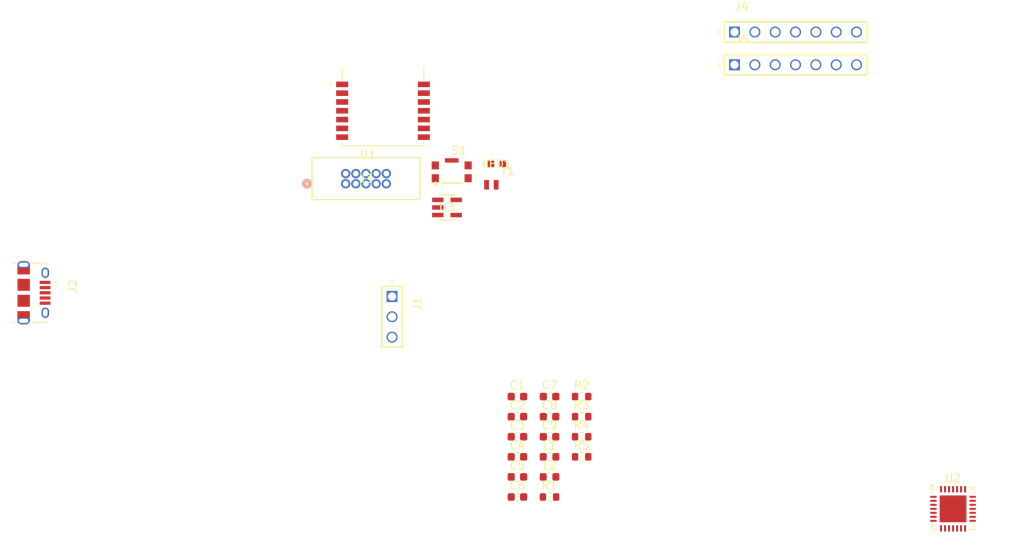
<source format=kicad_pcb>
(kicad_pcb (version 20240108) (generator "pcbnew") (generator_version "8.0")
  (layers (0 "F.Cu" signal) (31 "B.Cu" signal) (34 "B.Paste" user) (35 "F.Paste" user) (36 "B.SilkS" user "B.Silkscreen") (37 "F.SilkS" user "F.Silkscreen") (38 "B.Mask" user) (39 "F.Mask" user) (44 "Edge.Cuts" user))
  (net 0 "")
  (net 4 "GND")
  (net 8 "Net-(U2-~{SUSPEND})")
  (net 9 "/D-")
  (net 10 "Net-(U2-~{RST})")
  (net 13 "Net-(U2-VBUS)")
  (net 15 "/D+")
  (net 17 "/P012")
  (net 21 "Net-(U2-VDD)")
  (net 25 "/P016")
  (net 29 "Net-(C6-Pad1)")
  (net 30 "+3V3")
  (net 31 "Net-(C8-Pad1)")
  (net 32 "Net-(C9-Pad1)")
  (net 33 "+5V")
  (net 35 "/P001")
  (net 36 "/P000")
  (net 37 "/P020")
  (net 38 "Net-(LED1-Pad2)")
  (net 39 "/P018")
  (net 40 "/P021")
  (net 41 "/SWDCLK")
  (net 42 "/SWDIO")
  (net 43 "/P004")
  (net 44 "/P014")
  (net 45 "/P005")
  (net 50 "/SWCLK")
  (footprint "Capacitor_SMD:C_0603_1608Metric" (layer "F.Cu") (at 197.165 87.47)
    (property "Reference" "C7" (at 0 -1.43 0) (layer "F.SilkS"))
    (property "Value" "10uF 10V")
    (fp_line (start -0.14058 -0.51) (end 0.14058 -0.51) (stroke (width 0.12)) (layer "F.SilkS"))
    (fp_line (start -0.14058 0.51) (end 0.14058 0.51) (stroke (width 0.12)) (layer "F.SilkS"))
    (pad "1" smd roundrect (at -0.775 0) (size 0.9 0.95) (layers "F.Cu" "F.Paste" "F.Mask") (net 4 "GND"))
    (pad "2" smd roundrect (at 0.775 0) (size 0.9 0.95) (layers "F.Cu" "F.Paste" "F.Mask") (net 30 "+3V3"))
  )
  (footprint "Capacitor_SMD:C_0603_1608Metric" (layer "F.Cu") (at 193.155 97.51)
    (property "Reference" "C5" (at 0 -1.43 0) (layer "F.SilkS"))
    (property "Value" "10nF 10V")
    (fp_line (start -0.14058 -0.51) (end 0.14058 -0.51) (stroke (width 0.12)) (layer "F.SilkS"))
    (fp_line (start -0.14058 0.51) (end 0.14058 0.51) (stroke (width 0.12)) (layer "F.SilkS"))
    (pad "1" smd roundrect (at -0.775 0) (size 0.9 0.95) (layers "F.Cu" "F.Paste" "F.Mask"))
    (pad "2" smd roundrect (at 0.775 0) (size 0.9 0.95) (layers "F.Cu" "F.Paste" "F.Mask") (net 4 "GND"))
  )
  (footprint "Capacitor_SMD:C_0603_1608Metric" (layer "F.Cu") (at 193.155 95)
    (property "Reference" "C4" (at 0 -1.43 0) (layer "F.SilkS"))
    (property "Value" "1uF")
    (fp_line (start -0.14058 -0.51) (end 0.14058 -0.51) (stroke (width 0.12)) (layer "F.SilkS"))
    (fp_line (start -0.14058 0.51) (end 0.14058 0.51) (stroke (width 0.12)) (layer "F.SilkS"))
    (pad "1" smd roundrect (at -0.775 0) (size 0.9 0.95) (layers "F.Cu" "F.Paste" "F.Mask") (net 4 "GND"))
    (pad "2" smd roundrect (at 0.775 0) (size 0.9 0.95) (layers "F.Cu" "F.Paste" "F.Mask") (net 13 "Net-(U2-VBUS)"))
  )
  (footprint "Inductor_SMD:L_0603_1608Metric" (layer "F.Cu") (at 197.165 95)
    (property "Reference" "L1" (at 0 -1.43 0) (layer "F.SilkS"))
    (property "Value" "120 Ohm")
    (fp_line (start -0.162779 -0.51) (end 0.162779 -0.51) (stroke (width 0.12)) (layer "F.SilkS"))
    (fp_line (start -0.162779 0.51) (end 0.162779 0.51) (stroke (width 0.12)) (layer "F.SilkS"))
    (pad "1" smd roundrect (at -0.7875 0) (size 0.875 0.95) (layers "F.Cu" "F.Paste" "F.Mask") (net 33 "+5V"))
    (pad "2" smd roundrect (at 0.7875 0) (size 0.875 0.95) (layers "F.Cu" "F.Paste" "F.Mask") (net 13 "Net-(U2-VBUS)"))
  )
  (footprint "BC805M:XCVR_BC805M" (layer "F.Cu") (at 176.37 48.98)
    (property "Reference" "U1" (at -1.905 8.255 0) (layer "F.SilkS"))
    (property "Value" "BC805M")
    (fp_line (start -5.1 -2.75) (end -5.1 -1.2) (stroke (width 0.127)) (layer "F.SilkS"))
    (fp_line (start -5.1 7.15) (end -5.1 6.74) (stroke (width 0.127)) (layer "F.SilkS"))
    (fp_line (start -5.1 7.15) (end 5.1 7.15) (stroke (width 0.127)) (layer "F.SilkS"))
    (fp_line (start 5.1 -2.75) (end 5.1 -1.2) (stroke (width 0.127)) (layer "F.SilkS"))
    (fp_line (start 5.1 7.15) (end 5.1 6.74) (stroke (width 0.127)) (layer "F.SilkS"))
    (fp_circle (center -6.5 -0.53) (end -6.4 -0.53) (stroke (width 0.2)) (fill none) (layer "F.SilkS"))
    (pad "1" smd rect (at -5.1 -0.53) (size 1.5 0.7) (layers "F.Cu" "F.Paste" "F.Mask") (net 42 "/SWDIO"))
    (pad "2" smd rect (at -5.1 0.57) (size 1.5 0.7) (layers "F.Cu" "F.Paste" "F.Mask") (net 50 "/SWCLK"))
    (pad "3" smd rect (at -5.1 1.67) (size 1.5 0.7) (layers "F.Cu" "F.Paste" "F.Mask") (net 37 "/P020"))
    (pad "4" smd rect (at -5.1 2.77) (size 1.5 0.7) (layers "F.Cu" "F.Paste" "F.Mask") (net 40 "/P021"))
    (pad "5" smd rect (at -5.1 3.87) (size 1.5 0.7) (layers "F.Cu" "F.Paste" "F.Mask") (net 39 "/P018"))
    (pad "6" smd rect (at -5.1 4.97) (size 1.5 0.7) (layers "F.Cu" "F.Paste" "F.Mask") (net 25 "/P016"))
    (pad "7" smd rect (at -5.1 6.07) (size 1.5 0.7) (layers "F.Cu" "F.Paste" "F.Mask") (net 17 "/P012"))
    (pad "8" smd rect (at 5.1 6.07) (size 1.5 0.7) (layers "F.Cu" "F.Paste" "F.Mask") (net 4 "GND"))
    (pad "9" smd rect (at 5.1 4.97) (size 1.5 0.7) (layers "F.Cu" "F.Paste" "F.Mask") (net 30 "+3V3"))
    (pad "10" smd rect (at 5.1 3.87) (size 1.5 0.7) (layers "F.Cu" "F.Paste" "F.Mask") (net 45 "/P005"))
    (pad "11" smd rect (at 5.1 2.77) (size 1.5 0.7) (layers "F.Cu" "F.Paste" "F.Mask") (net 44 "/P014"))
    (pad "12" smd rect (at 5.1 1.67) (size 1.5 0.7) (layers "F.Cu" "F.Paste" "F.Mask") (net 43 "/P004"))
    (pad "13" smd rect (at 5.1 0.57) (size 1.5 0.7) (layers "F.Cu" "F.Paste" "F.Mask") (net 36 "/P000"))
    (pad "14" smd rect (at 5.1 -0.53) (size 1.5 0.7) (layers "F.Cu" "F.Paste" "F.Mask") (net 35 "/P001"))
  )
  (footprint "CM9V-T1A-32.768KHZ-9PF-20PPM-TA-QC 32.768kHz Crystal:XTAL_CM9V-T1A-32.768KHZ-9PF-20PPM-TA-QC" (layer "F.Cu") (at 189.9 61)
    (property "Reference" "Y1" (at 2.025 -1.735 0) (layer "F.SilkS"))
    (property "Value" "CM9V-T1A-32.768KHZ-9PF-20PPM-TA-QC")
    (pad "1" smd rect (at -0.6 0) (size 0.6 1.2) (layers "F.Cu" "F.Paste" "F.Mask") (net 32 "Net-(C9-Pad1)"))
    (pad "2" smd rect (at 0.6 0) (size 0.6 1.2) (layers "F.Cu" "F.Paste" "F.Mask") (net 31 "Net-(C8-Pad1)"))
  )
  (footprint "2.8V 20mA Blue LED (0603):LED_LTST-C_LTO" (layer "F.Cu") (at 190.5926 58.3956)
    (property "Reference" "LED1" (at 0 0 0) (layer "F.SilkS"))
    (property "Value" "LTST-C193TBKT-5A")
    (fp_circle (center -1.6644 0) (end -1.5374 0) (stroke (width 0.1524)) (fill none) (layer "F.SilkS"))
    (pad "1" smd rect (at -0.750001 0) (size 0.8128 0.8128) (layers "F.Cu" "F.Paste" "F.Mask") (net 4 "GND"))
    (pad "2" smd rect (at 0.750001 0) (size 0.8128 0.8128) (layers "F.Cu" "F.Paste" "F.Mask") (net 38 "Net-(LED1-Pad2)"))
  )
  (footprint "Capacitor_SMD:C_0603_1608Metric" (layer "F.Cu") (at 193.155 100.02)
    (property "Reference" "C6" (at 0 -1.43 0) (layer "F.SilkS"))
    (property "Value" "10uF 10V")
    (fp_line (start -0.14058 -0.51) (end 0.14058 -0.51) (stroke (width 0.12)) (layer "F.SilkS"))
    (fp_line (start -0.14058 0.51) (end 0.14058 0.51) (stroke (width 0.12)) (layer "F.SilkS"))
    (pad "1" smd roundrect (at -0.775 0) (size 0.9 0.95) (layers "F.Cu" "F.Paste" "F.Mask") (net 29 "Net-(C6-Pad1)"))
    (pad "2" smd roundrect (at 0.775 0) (size 0.9 0.95) (layers "F.Cu" "F.Paste" "F.Mask") (net 4 "GND"))
  )
  (footprint "Capacitor_SMD:C_0603_1608Metric" (layer "F.Cu") (at 197.165 89.98)
    (property "Reference" "C8" (at 0 -1.43 0) (layer "F.SilkS"))
    (property "Value" "12pF nop")
    (fp_line (start -0.14058 -0.51) (end 0.14058 -0.51) (stroke (width 0.12)) (layer "F.SilkS"))
    (fp_line (start -0.14058 0.51) (end 0.14058 0.51) (stroke (width 0.12)) (layer "F.SilkS"))
    (pad "1" smd roundrect (at -0.775 0) (size 0.9 0.95) (layers "F.Cu" "F.Paste" "F.Mask") (net 31 "Net-(C8-Pad1)"))
    (pad "2" smd roundrect (at 0.775 0) (size 0.9 0.95) (layers "F.Cu" "F.Paste" "F.Mask") (net 4 "GND"))
  )
  (footprint "Inductor_SMD:L_0603_1608Metric" (layer "F.Cu") (at 197.165 97.51)
    (property "Reference" "L2" (at 0 -1.43 0) (layer "F.SilkS"))
    (property "Value" "120 Ohm")
    (fp_line (start -0.162779 -0.51) (end 0.162779 -0.51) (stroke (width 0.12)) (layer "F.SilkS"))
    (fp_line (start -0.162779 0.51) (end 0.162779 0.51) (stroke (width 0.12)) (layer "F.SilkS"))
    (pad "1" smd roundrect (at -0.7875 0) (size 0.875 0.95) (layers "F.Cu" "F.Paste" "F.Mask") (net 29 "Net-(C6-Pad1)"))
    (pad "2" smd roundrect (at 0.7875 0) (size 0.875 0.95) (layers "F.Cu" "F.Paste" "F.Mask") (net 33 "+5V"))
  )
  (footprint "SMT Momentary Push Button:SW_KMR221GLFS" (layer "F.Cu") (at 184.95 59.38)
    (property "Reference" "S1" (at 0.926025 -2.687985 0) (layer "F.SilkS") (effects (font (size 1.00111 1.00111))))
    (property "Value" "KMR221GLFS")
    (fp_line (start -1.2 1.4) (end 1.2 1.4) (stroke (width 0.2)) (layer "F.SilkS"))
    (pad "1" smd rect (at -2.05 -0.8) (size 0.9 1) (layers "F.Cu" "F.Paste" "F.Mask") (net 4 "GND"))
    (pad "2" smd rect (at -2.05 0.8) (size 0.9 1) (layers "F.Cu" "F.Paste" "F.Mask") (net 40 "/P021"))
    (pad "3" smd rect (at 2.05 0.8) (size 0.9 1) (layers "F.Cu" "F.Paste" "F.Mask") (net 40 "/P021"))
    (pad "4" smd rect (at 2.05 -0.8) (size 0.9 1) (layers "F.Cu" "F.Paste" "F.Mask") (net 4 "GND"))
    (pad "5" smd rect (at 0 -1.425) (size 1.7 0.55) (layers "F.Cu" "F.Paste" "F.Mask") (net 4 "GND"))
  )
  (footprint "Resistor_SMD:R_0603_1608Metric" (layer "F.Cu") (at 201.175 92.49)
    (property "Reference" "R4" (at 0 -1.43 0) (layer "F.SilkS"))
    (property "Value" "0R")
    (fp_line (start -0.237258 -0.5225) (end 0.237258 -0.5225) (stroke (width 0.12)) (layer "F.SilkS"))
    (fp_line (start -0.237258 0.5225) (end 0.237258 0.5225) (stroke (width 0.12)) (layer "F.SilkS"))
    (pad "1" smd roundrect (at -0.825 0) (size 0.8 0.95) (layers "F.Cu" "F.Paste" "F.Mask") (net 36 "/P000"))
    (pad "2" smd roundrect (at 0.825 0) (size 0.8 0.95) (layers "F.Cu" "F.Paste" "F.Mask") (net 32 "Net-(C9-Pad1)"))
  )
  (footprint "Capacitor_SMD:C_0603_1608Metric" (layer "F.Cu") (at 193.155 92.49)
    (property "Reference" "C3" (at 0 -1.43 0) (layer "F.SilkS"))
    (property "Value" "0.1uF")
    (fp_line (start -0.14058 -0.51) (end 0.14058 -0.51) (stroke (width 0.12)) (layer "F.SilkS"))
    (fp_line (start -0.14058 0.51) (end 0.14058 0.51) (stroke (width 0.12)) (layer "F.SilkS"))
    (pad "1" smd roundrect (at -0.775 0) (size 0.9 0.95) (layers "F.Cu" "F.Paste" "F.Mask") (net 4 "GND"))
    (pad "2" smd roundrect (at 0.775 0) (size 0.9 0.95) (layers "F.Cu" "F.Paste" "F.Mask") (net 21 "Net-(U2-VDD)"))
  )
  (footprint "TCR3DF33 Voltage Regulator:SOT-25   SMV_TOS" (layer "F.Cu") (at 184.3608 63.833)
    (property "Reference" "U3" (at 0 0 0) (layer "F.SilkS"))
    (property "Value" "TCR3DF33_LMCT")
    (fp_line (start -0.9271 1.5748) (end 0.9271 1.5748) (stroke (width 0.1524)) (layer "F.SilkS"))
    (fp_line (start 0.9271 -1.5748) (end -0.9271 -1.5748) (stroke (width 0.1524)) (layer "F.SilkS"))
    (fp_text user "*" (at -1.3984 -2.6518 0) (layer "F.SilkS"))
    (fp_text user "*" (at -1.3984 -2.6518 0) (layer "F.SilkS"))
    (pad "1" smd rect (at -1.1444 -0.950001) (size 1.4224 0.5588) (layers "F.Cu" "F.Paste" "F.Mask"))
    (pad "2" smd rect (at -1.1444 0) (size 1.4224 0.5588) (layers "F.Cu" "F.Paste" "F.Mask"))
    (pad "3" smd rect (at -1.1444 0.950001) (size 1.4224 0.5588) (layers "F.Cu" "F.Paste" "F.Mask"))
    (pad "4" smd rect (at 1.1444 0.950001) (size 1.4224 0.5588) (layers "F.Cu" "F.Paste" "F.Mask"))
    (pad "5" smd rect (at 1.1444 -0.950001) (size 1.4224 0.5588) (layers "F.Cu" "F.Paste" "F.Mask"))
  )
  (footprint "Package_DFN_QFN:QFN-28-1EP_5x5mm_P0.5mm_EP3.35x3.35mm" (layer "F.Cu") (at 247.55 101.5)
    (property "Reference" "U2" (at 0 -3.8 0) (layer "F.SilkS"))
    (property "Value" "CP2102N-Axx-xQFN28")
    (fp_line (start -2.61 -1.885) (end -2.61 -2.37) (stroke (width 0.12)) (layer "F.SilkS"))
    (fp_line (start -2.61 2.61) (end -2.61 1.885) (stroke (width 0.12)) (layer "F.SilkS"))
    (fp_line (start -1.885 -2.61) (end -2.31 -2.61) (stroke (width 0.12)) (layer "F.SilkS"))
    (fp_line (start -1.885 2.61) (end -2.61 2.61) (stroke (width 0.12)) (layer "F.SilkS"))
    (fp_line (start 1.885 -2.61) (end 2.61 -2.61) (stroke (width 0.12)) (layer "F.SilkS"))
    (fp_line (start 1.885 2.61) (end 2.61 2.61) (stroke (width 0.12)) (layer "F.SilkS"))
    (fp_line (start 2.61 -2.61) (end 2.61 -1.885) (stroke (width 0.12)) (layer "F.SilkS"))
    (fp_line (start 2.61 2.61) (end 2.61 1.885) (stroke (width 0.12)) (layer "F.SilkS"))
    (fp_poly (pts (xy -2.61 -2.61) (xy -2.85 -2.94) (xy -2.37 -2.94) (xy -2.61 -2.61)) (stroke (width 0.12)) (fill solid) (layer "F.SilkS"))
    (pad "1" smd roundrect (at -2.45 -1.5) (size 0.8 0.25) (layers "F.Cu" "F.Paste" "F.Mask"))
    (pad "2" smd roundrect (at -2.45 -1) (size 0.8 0.25) (layers "F.Cu" "F.Paste" "F.Mask"))
    (pad "3" smd roundrect (at -2.45 -0.5) (size 0.8 0.25) (layers "F.Cu" "F.Paste" "F.Mask") (net 4 "GND"))
    (pad "4" smd roundrect (at -2.45 0) (size 0.8 0.25) (layers "F.Cu" "F.Paste" "F.Mask") (net 15 "/D+"))
    (pad "5" smd roundrect (at -2.45 0.5) (size 0.8 0.25) (layers "F.Cu" "F.Paste" "F.Mask") (net 9 "/D-"))
    (pad "6" smd roundrect (at -2.45 1) (size 0.8 0.25) (layers "F.Cu" "F.Paste" "F.Mask") (net 21 "Net-(U2-VDD)"))
    (pad "7" smd roundrect (at -2.45 1.5) (size 0.8 0.25) (layers "F.Cu" "F.Paste" "F.Mask") (net 13 "Net-(U2-VBUS)"))
    (pad "8" smd roundrect (at -1.5 2.45) (size 0.25 0.8) (layers "F.Cu" "F.Paste" "F.Mask") (net 13 "Net-(U2-VBUS)"))
    (pad "9" smd roundrect (at -1 2.45) (size 0.25 0.8) (layers "F.Cu" "F.Paste" "F.Mask") (net 10 "Net-(U2-~{RST})"))
    (pad "10" smd roundrect (at -0.5 2.45) (size 0.25 0.8) (layers "F.Cu" "F.Paste" "F.Mask"))
    (pad "11" smd roundrect (at 0 2.45) (size 0.25 0.8) (layers "F.Cu" "F.Paste" "F.Mask") (net 8 "Net-(U2-~{SUSPEND})"))
    (pad "12" smd roundrect (at 0.5 2.45) (size 0.25 0.8) (layers "F.Cu" "F.Paste" "F.Mask"))
    (pad "13" smd roundrect (at 1 2.45) (size 0.25 0.8) (layers "F.Cu" "F.Paste" "F.Mask"))
    (pad "14" smd roundrect (at 1.5 2.45) (size 0.25 0.8) (layers "F.Cu" "F.Paste" "F.Mask"))
    (pad "15" smd roundrect (at 2.45 1.5) (size 0.8 0.25) (layers "F.Cu" "F.Paste" "F.Mask"))
    (pad "16" smd roundrect (at 2.45 1) (size 0.8 0.25) (layers "F.Cu" "F.Paste" "F.Mask"))
    (pad "17" smd roundrect (at 2.45 0.5) (size 0.8 0.25) (layers "F.Cu" "F.Paste" "F.Mask"))
    (pad "18" smd roundrect (at 2.45 0) (size 0.8 0.25) (layers "F.Cu" "F.Paste" "F.Mask"))
    (pad "19" smd roundrect (at 2.45 -0.5) (size 0.8 0.25) (layers "F.Cu" "F.Paste" "F.Mask"))
    (pad "20" smd roundrect (at 2.45 -1) (size 0.8 0.25) (layers "F.Cu" "F.Paste" "F.Mask"))
    (pad "21" smd roundrect (at 2.45 -1.5) (size 0.8 0.25) (layers "F.Cu" "F.Paste" "F.Mask"))
    (pad "22" smd roundrect (at 1.5 -2.45) (size 0.25 0.8) (layers "F.Cu" "F.Paste" "F.Mask"))
    (pad "23" smd roundrect (at 1 -2.45) (size 0.25 0.8) (layers "F.Cu" "F.Paste" "F.Mask"))
    (pad "24" smd roundrect (at 0.5 -2.45) (size 0.25 0.8) (layers "F.Cu" "F.Paste" "F.Mask"))
    (pad "25" smd roundrect (at 0 -2.45) (size 0.25 0.8) (layers "F.Cu" "F.Paste" "F.Mask") (net 17 "/P012"))
    (pad "26" smd roundrect (at -0.5 -2.45) (size 0.25 0.8) (layers "F.Cu" "F.Paste" "F.Mask") (net 25 "/P016"))
    (pad "27" smd roundrect (at -1 -2.45) (size 0.25 0.8) (layers "F.Cu" "F.Paste" "F.Mask"))
    (pad "28" smd roundrect (at -1.5 -2.45) (size 0.25 0.8) (layers "F.Cu" "F.Paste" "F.Mask"))
    (pad "29" smd rect (at 0 0) (size 3.35 3.35) (property pad_prop_heatsink) (layers "F.Cu" "F.Mask") (net 4 "GND"))
  )
  (footprint "Capacitor_SMD:C_0603_1608Metric" (layer "F.Cu") (at 193.155 89.98)
    (property "Reference" "C2" (at 0 -1.43 0) (layer "F.SilkS"))
    (property "Value" "0.1uF")
    (fp_line (start -0.14058 -0.51) (end 0.14058 -0.51) (stroke (width 0.12)) (layer "F.SilkS"))
    (fp_line (start -0.14058 0.51) (end 0.14058 0.51) (stroke (width 0.12)) (layer "F.SilkS"))
    (pad "1" smd roundrect (at -0.775 0) (size 0.9 0.95) (layers "F.Cu" "F.Paste" "F.Mask") (net 10 "Net-(U2-~{RST})"))
    (pad "2" smd roundrect (at 0.775 0) (size 0.9 0.95) (layers "F.Cu" "F.Paste" "F.Mask") (net 4 "GND"))
  )
  (footprint "Capacitor_SMD:C_0603_1608Metric" (layer "F.Cu") (at 193.155 87.47)
    (property "Reference" "C1" (at 0 -1.43 0) (layer "F.SilkS"))
    (property "Value" "0.1uF")
    (fp_line (start -0.14058 -0.51) (end 0.14058 -0.51) (stroke (width 0.12)) (layer "F.SilkS"))
    (fp_line (start -0.14058 0.51) (end 0.14058 0.51) (stroke (width 0.12)) (layer "F.SilkS"))
    (pad "1" smd roundrect (at -0.775 0) (size 0.9 0.95) (layers "F.Cu" "F.Paste" "F.Mask") (net 4 "GND"))
    (pad "2" smd roundrect (at 0.775 0) (size 0.9 0.95) (layers "F.Cu" "F.Paste" "F.Mask") (net 13 "Net-(U2-VBUS)"))
  )
  (footprint "10 Pin Small JTAG Connector:CONN_3220-10-0100-00_CNC" (layer "F.Cu") (at 171.706 60.8721)
    (property "Reference" "J3" (at 2.54 -0.635 0) (layer "F.SilkS"))
    (property "Value" "3220-10-0100-00")
    (fp_circle (center -4.826 0) (end -4.445 0) (stroke (width 0.508)) (fill none) (layer "B.SilkS"))
    (fp_line (start -4.191 -3.2639) (end -4.191 1.9939) (stroke (width 0.1524)) (layer "F.SilkS"))
    (fp_line (start -4.191 1.9939) (end 9.271 1.9939) (stroke (width 0.1524)) (layer "F.SilkS"))
    (fp_line (start 9.271 -3.2639) (end -4.191 -3.2639) (stroke (width 0.1524)) (layer "F.SilkS"))
    (fp_line (start 9.271 1.9939) (end 9.271 -3.2639) (stroke (width 0.1524)) (layer "F.SilkS"))
    (fp_circle (center -4.826 0) (end -4.445 0) (stroke (width 0.508)) (fill none) (layer "F.SilkS"))
    (pad "1" thru_hole circle (at 0 0) (size 1.1684 1.1684) (drill 0.7112) (layers "*.Cu" "*.Mask") (net 30 "+3V3"))
    (pad "2" thru_hole circle (at 0 -1.27) (size 1.1684 1.1684) (drill 0.7112) (layers "*.Cu" "*.Mask") (net 42 "/SWDIO"))
    (pad "3" thru_hole circle (at 1.27 0) (size 1.1684 1.1684) (drill 0.7112) (layers "*.Cu" "*.Mask") (net 4 "GND"))
    (pad "4" thru_hole circle (at 1.27 -1.27) (size 1.1684 1.1684) (drill 0.7112) (layers "*.Cu" "*.Mask") (net 41 "/SWDCLK"))
    (pad "5" thru_hole circle (at 2.54 0) (size 1.1684 1.1684) (drill 0.7112) (layers "*.Cu" "*.Mask") (net 4 "GND"))
    (pad "6" thru_hole circle (at 2.54 -1.27) (size 1.1684 1.1684) (drill 0.7112) (layers "*.Cu" "*.Mask"))
    (pad "7" thru_hole circle (at 3.81 0) (size 1.1684 1.1684) (drill 0.7112) (layers "*.Cu" "*.Mask"))
    (pad "8" thru_hole circle (at 3.81 -1.27) (size 1.1684 1.1684) (drill 0.7112) (layers "*.Cu" "*.Mask"))
    (pad "9" thru_hole circle (at 5.08 0) (size 1.1684 1.1684) (drill 0.7112) (layers "*.Cu" "*.Mask") (net 4 "GND"))
    (pad "10" thru_hole circle (at 5.08 -1.27) (size 1.1684 1.1684) (drill 0.7112) (layers "*.Cu" "*.Mask") (net 40 "/P021"))
  )
  (footprint "Resistor_SMD:R_0603_1608Metric" (layer "F.Cu") (at 197.165 100.02)
    (property "Reference" "R1" (at 0 -1.43 0) (layer "F.SilkS"))
    (property "Value" "10K 1%")
    (fp_line (start -0.237258 -0.5225) (end 0.237258 -0.5225) (stroke (width 0.12)) (layer "F.SilkS"))
    (fp_line (start -0.237258 0.5225) (end 0.237258 0.5225) (stroke (width 0.12)) (layer "F.SilkS"))
    (pad "1" smd roundrect (at -0.825 0) (size 0.8 0.95) (layers "F.Cu" "F.Paste" "F.Mask") (net 8 "Net-(U2-~{SUSPEND})"))
    (pad "2" smd roundrect (at 0.825 0) (size 0.8 0.95) (layers "F.Cu" "F.Paste" "F.Mask") (net 4 "GND"))
  )
  (footprint "Resistor_SMD:R_0603_1608Metric" (layer "F.Cu") (at 201.175 95)
    (property "Reference" "R5" (at 0 -1.43 0) (layer "F.SilkS"))
    (property "Value" "100K")
    (fp_line (start -0.237258 -0.5225) (end 0.237258 -0.5225) (stroke (width 0.12)) (layer "F.SilkS"))
    (fp_line (start -0.237258 0.5225) (end 0.237258 0.5225) (stroke (width 0.12)) (layer "F.SilkS"))
    (pad "1" smd roundrect (at -0.825 0) (size 0.8 0.95) (layers "F.Cu" "F.Paste" "F.Mask") (net 37 "/P020"))
    (pad "2" smd roundrect (at 0.825 0) (size 0.8 0.95) (layers "F.Cu" "F.Paste" "F.Mask") (net 38 "Net-(LED1-Pad2)"))
  )
  (footprint "7 Position 2.54mm Header (TSW-107-23-H-S):SAMTEC_TSW-107-23-H-S" (layer "F.Cu") (at 220.26 46)
    (property "Reference" "J5" (at 0.905 -3.155 0) (layer "F.SilkS"))
    (property "Value" "TSW-107-23-H-S")
    (fp_line (start -1.27 1.27) (end -1.27 -1.27) (stroke (width 0.2)) (layer "F.SilkS"))
    (fp_line (start 16.51 -1.27) (end -1.27 -1.27) (stroke (width 0.2)) (layer "F.SilkS"))
    (fp_line (start 16.51 -1.27) (end 16.51 1.27) (stroke (width 0.2)) (layer "F.SilkS"))
    (fp_line (start 16.51 1.27) (end -1.27 1.27) (stroke (width 0.2)) (layer "F.SilkS"))
    (fp_circle (center -1.92 0) (end -1.82 0) (stroke (width 0.2)) (fill none) (layer "F.SilkS"))
    (pad "01" thru_hole rect (at 0 0) (size 1.37 1.37) (drill 1.02) (layers "*.Cu" "*.Mask") (net 4 "GND"))
    (pad "02" thru_hole circle (at 2.54 0) (size 1.37 1.37) (drill 1.02) (layers "*.Cu" "*.Mask") (net 30 "+3V3"))
    (pad "03" thru_hole circle (at 5.08 0) (size 1.37 1.37) (drill 1.02) (layers "*.Cu" "*.Mask") (net 45 "/P005"))
    (pad "04" thru_hole circle (at 7.62 0) (size 1.37 1.37) (drill 1.02) (layers "*.Cu" "*.Mask") (net 44 "/P014"))
    (pad "05" thru_hole circle (at 10.16 0) (size 1.37 1.37) (drill 1.02) (layers "*.Cu" "*.Mask") (net 43 "/P004"))
    (pad "06" thru_hole circle (at 12.7 0) (size 1.37 1.37) (drill 1.02) (layers "*.Cu" "*.Mask") (net 36 "/P000"))
    (pad "07" thru_hole circle (at 15.24 0) (size 1.37 1.37) (drill 1.02) (layers "*.Cu" "*.Mask") (net 35 "/P001"))
  )
  (footprint "Resistor_SMD:R_0603_1608Metric" (layer "F.Cu") (at 201.175 89.98)
    (property "Reference" "R3" (at 0 -1.43 0) (layer "F.SilkS"))
    (property "Value" "0R")
    (fp_line (start -0.237258 -0.5225) (end 0.237258 -0.5225) (stroke (width 0.12)) (layer "F.SilkS"))
    (fp_line (start -0.237258 0.5225) (end 0.237258 0.5225) (stroke (width 0.12)) (layer "F.SilkS"))
    (pad "1" smd roundrect (at -0.825 0) (size 0.8 0.95) (layers "F.Cu" "F.Paste" "F.Mask") (net 35 "/P001"))
    (pad "2" smd roundrect (at 0.825 0) (size 0.8 0.95) (layers "F.Cu" "F.Paste" "F.Mask") (net 31 "Net-(C8-Pad1)"))
  )
  (footprint "Capacitor_SMD:C_0603_1608Metric" (layer "F.Cu") (at 197.165 92.49)
    (property "Reference" "C9" (at 0 -1.43 0) (layer "F.SilkS"))
    (property "Value" "12pF nop")
    (fp_line (start -0.14058 -0.51) (end 0.14058 -0.51) (stroke (width 0.12)) (layer "F.SilkS"))
    (fp_line (start -0.14058 0.51) (end 0.14058 0.51) (stroke (width 0.12)) (layer "F.SilkS"))
    (pad "1" smd roundrect (at -0.775 0) (size 0.9 0.95) (layers "F.Cu" "F.Paste" "F.Mask") (net 32 "Net-(C9-Pad1)"))
    (pad "2" smd roundrect (at 0.775 0) (size 0.9 0.95) (layers "F.Cu" "F.Paste" "F.Mask") (net 4 "GND"))
  )
  (footprint "Resistor_SMD:R_0603_1608Metric" (layer "F.Cu") (at 201.175 87.47)
    (property "Reference" "R2" (at 0 -1.43 0) (layer "F.SilkS"))
    (property "Value" "100K")
    (fp_line (start -0.237258 -0.5225) (end 0.237258 -0.5225) (stroke (width 0.12)) (layer "F.SilkS"))
    (fp_line (start -0.237258 0.5225) (end 0.237258 0.5225) (stroke (width 0.12)) (layer "F.SilkS"))
    (pad "1" smd roundrect (at -0.825 0) (size 0.8 0.95) (layers "F.Cu" "F.Paste" "F.Mask") (net 29 "Net-(C6-Pad1)"))
    (pad "2" smd roundrect (at 0.825 0) (size 0.8 0.95) (layers "F.Cu" "F.Paste" "F.Mask"))
  )
  (footprint "7 Position 2.54mm Header (TSW-107-23-H-S):SAMTEC_TSW-107-23-H-S" (layer "F.Cu") (at 220.26 41.91)
    (property "Reference" "J4" (at 0.905 -3.155 0) (layer "F.SilkS"))
    (property "Value" "TSW-107-23-H-S")
    (fp_line (start -1.27 1.27) (end -1.27 -1.27) (stroke (width 0.2)) (layer "F.SilkS"))
    (fp_line (start 16.51 -1.27) (end -1.27 -1.27) (stroke (width 0.2)) (layer "F.SilkS"))
    (fp_line (start 16.51 -1.27) (end 16.51 1.27) (stroke (width 0.2)) (layer "F.SilkS"))
    (fp_line (start 16.51 1.27) (end -1.27 1.27) (stroke (width 0.2)) (layer "F.SilkS"))
    (fp_circle (center -1.92 0) (end -1.82 0) (stroke (width 0.2)) (fill none) (layer "F.SilkS"))
    (pad "01" thru_hole rect (at 0 0) (size 1.37 1.37) (drill 1.02) (layers "*.Cu" "*.Mask") (net 42 "/SWDIO"))
    (pad "02" thru_hole circle (at 2.54 0) (size 1.37 1.37) (drill 1.02) (layers "*.Cu" "*.Mask") (net 41 "/SWDCLK"))
    (pad "03" thru_hole circle (at 5.08 0) (size 1.37 1.37) (drill 1.02) (layers "*.Cu" "*.Mask") (net 37 "/P020"))
    (pad "04" thru_hole circle (at 7.62 0) (size 1.37 1.37) (drill 1.02) (layers "*.Cu" "*.Mask") (net 40 "/P021"))
    (pad "05" thru_hole circle (at 10.16 0) (size 1.37 1.37) (drill 1.02) (layers "*.Cu" "*.Mask") (net 39 "/P018"))
    (pad "06" thru_hole circle (at 12.7 0) (size 1.37 1.37) (drill 1.02) (layers "*.Cu" "*.Mask") (net 25 "/P016"))
    (pad "07" thru_hole circle (at 15.24 0) (size 1.37 1.37) (drill 1.02) (layers "*.Cu" "*.Mask") (net 17 "/P012"))
  )
  (footprint "3 Position 2.54mm Header (TSW-103-23-H-S):SAMTEC_TSW-103-23-H-S" (layer "F.Cu") (at 177.5 74.96 -90)
    (property "Reference" "J1" (at 0.905 -3.155 90) (layer "F.SilkS"))
    (property "Value" "TSW-103-23-H-S")
    (fp_line (start -1.27 1.27) (end -1.27 -1.27) (stroke (width 0.2)) (layer "F.SilkS"))
    (fp_line (start 6.35 1.27) (end -1.27 1.27) (stroke (width 0.2)) (layer "F.SilkS"))
    (fp_line (start 6.35 -1.27) (end 6.35 1.27) (stroke (width 0.2)) (layer "F.SilkS"))
    (fp_line (start 6.35 -1.27) (end -1.27 -1.27) (stroke (width 0.2)) (layer "F.SilkS"))
    (fp_circle (center -1.92 0) (end -1.82 0) (stroke (width 0.2)) (fill none) (layer "F.SilkS"))
    (pad "01" thru_hole rect (at 0 0 270) (size 1.37 1.37) (drill 1.02) (layers "*.Cu" "*.Mask") (net 25 "/P016"))
    (pad "02" thru_hole circle (at 2.54 0 270) (size 1.37 1.37) (drill 1.02) (layers "*.Cu" "*.Mask") (net 17 "/P012"))
    (pad "03" thru_hole circle (at 5.08 0 270) (size 1.37 1.37) (drill 1.02) (layers "*.Cu" "*.Mask") (net 4 "GND"))
  )
  (footprint "Micro USB Port:AMPHENOL_10118194-0001LF" (layer "F.Cu") (at 131.5 74.5 -90)
    (property "Reference" "J2" (at -0.825 -6.135 90) (layer "F.SilkS"))
    (property "Value" "10118194-0001LF")
    (fp_poly (pts (xy -2.3 0.775) (xy -3.445 0.775) (xy -3.471 0.774) (xy -3.497 0.772) (xy -3.523 0.769) (xy -3.549 0.764) (xy -3.574 0.758) (xy -3.6 0.751) (xy -3.624 0.742) (xy -3.648 0.732) (xy -3.672 0.721) (xy -3.695 0.708) (xy -3.717 0.694) (xy -3.739 0.68) (xy -3.76 0.664) (xy -3.78 0.647) (xy -3.799 0.629) (xy -3.817 0.61) (xy -3.834 0.59) (xy -3.85 0.569) (xy -3.864 0.547) (xy -3.878 0.525) (xy -3.891 0.502) (xy -3.902 0.478) (xy -3.912 0.454) (xy -3.921 0.43) (xy -3.928 0.404) (xy -3.934 0.379) (xy -3.939 0.353) (xy -3.942 0.327) (xy -3.944 0.301) (xy -3.945 0.275) (xy -3.945 -0.275) (xy -3.944 -0.301) (xy -3.942 -0.327) (xy -3.939 -0.353) (xy -3.934 -0.379) (xy -3.928 -0.404) (xy -3.921 -0.43) (xy -3.912 -0.454) (xy -3.902 -0.478) (xy -3.891 -0.502) (xy -3.878 -0.525) (xy -3.864 -0.547) (xy -3.85 -0.569) (xy -3.834 -0.59) (xy -3.817 -0.61) (xy -3.799 -0.629) (xy -3.78 -0.647) (xy -3.76 -0.664) (xy -3.739 -0.68) (xy -3.717 -0.694) (xy -3.695 -0.708) (xy -3.672 -0.721) (xy -3.648 -0.732) (xy -3.624 -0.742) (xy -3.6 -0.751) (xy -3.574 -0.758) (xy -3.549 -0.764) (xy -3.523 -0.769) (xy -3.497 -0.772) (xy -3.471 -0.774) (xy -3.445 -0.775) (xy -2.3 -0.775) (xy -2.3 0.775)) (stroke (width 0.01)) (fill solid) (layer "F.Cu"))
    (fp_poly (pts (xy 2.3 -0.775) (xy 3.445 -0.775) (xy 3.471 -0.774) (xy 3.497 -0.772) (xy 3.523 -0.769) (xy 3.549 -0.764) (xy 3.574 -0.758) (xy 3.6 -0.751) (xy 3.624 -0.742) (xy 3.648 -0.732) (xy 3.672 -0.721) (xy 3.695 -0.708) (xy 3.717 -0.694) (xy 3.739 -0.68) (xy 3.76 -0.664) (xy 3.78 -0.647) (xy 3.799 -0.629) (xy 3.817 -0.61) (xy 3.834 -0.59) (xy 3.85 -0.569) (xy 3.864 -0.547) (xy 3.878 -0.525) (xy 3.891 -0.502) (xy 3.902 -0.478) (xy 3.912 -0.454) (xy 3.921 -0.43) (xy 3.928 -0.404) (xy 3.934 -0.379) (xy 3.939 -0.353) (xy 3.942 -0.327) (xy 3.944 -0.301) (xy 3.945 -0.275) (xy 3.945 0.275) (xy 3.944 0.301) (xy 3.942 0.327) (xy 3.939 0.353) (xy 3.934 0.379) (xy 3.928 0.404) (xy 3.921 0.43) (xy 3.912 0.454) (xy 3.902 0.478) (xy 3.891 0.502) (xy 3.878 0.525) (xy 3.864 0.547) (xy 3.85 0.569) (xy 3.834 0.59) (xy 3.817 0.61) (xy 3.799 0.629) (xy 3.78 0.647) (xy 3.76 0.664) (xy 3.739 0.68) (xy 3.717 0.694) (xy 3.695 0.708) (xy 3.672 0.721) (xy 3.648 0.732) (xy 3.624 0.742) (xy 3.6 0.751) (xy 3.574 0.758) (xy 3.549 0.764) (xy 3.523 0.769) (xy 3.497 0.772) (xy 3.471 0.774) (xy 3.445 0.775) (xy 2.3 0.775) (xy 2.3 -0.775)) (stroke (width 0.01)) (fill solid) (layer "F.Cu"))
    (fp_line (start -3.7 1.45) (end -3.7 1.1) (stroke (width 0.127)) (layer "F.SilkS"))
    (fp_line (start 3.7 1.1) (end 3.7 1.45) (stroke (width 0.127)) (layer "F.SilkS"))
    (fp_line (start -3.7 -1.1) (end -3.7 -2.85) (stroke (width 0.127)) (layer "F.SilkS"))
    (fp_line (start -3.7 -2.85) (end -3.47 -2.85) (stroke (width 0.127)) (layer "F.SilkS"))
    (fp_line (start 3.47 -2.85) (end 3.7 -2.85) (stroke (width 0.127)) (layer "F.SilkS"))
    (fp_line (start 3.7 -2.85) (end 3.7 -1.1) (stroke (width 0.127)) (layer "F.SilkS"))
    (fp_circle (center -1.3 -4) (end -1.2 -4) (stroke (width 0.2)) (fill none) (layer "F.SilkS"))
    (pad "1" smd rect (at -1.3 -2.675 270) (size 0.4 1.35) (layers "F.Cu" "F.Paste" "F.Mask") (net 33 "+5V"))
    (pad "2" smd rect (at -0.65 -2.675 270) (size 0.4 1.35) (layers "F.Cu" "F.Paste" "F.Mask") (net 9 "/D-"))
    (pad "3" smd rect (at 0 -2.675 270) (size 0.4 1.35) (layers "F.Cu" "F.Paste" "F.Mask") (net 15 "/D+"))
    (pad "4" smd rect (at 0.65 -2.675 270) (size 0.4 1.35) (layers "F.Cu" "F.Paste" "F.Mask"))
    (pad "5" smd rect (at 1.3 -2.675 270) (size 0.4 1.35) (layers "F.Cu" "F.Paste" "F.Mask") (net 4 "GND"))
    (pad "SH1" thru_hole oval (at -3.5 0 270) (size 0.775 1.55) (drill oval 0.5 1.15) (layers "*.Cu") (net 4 "GND"))
    (pad "SH2" smd rect (at 1 0 270) (size 1.5 1.55) (layers "F.Cu" "F.Paste" "F.Mask") (net 4 "GND"))
    (pad "SH3" smd rect (at -1 0 270) (size 1.5 1.55) (layers "F.Cu" "F.Paste" "F.Mask") (net 4 "GND"))
    (pad "SH4" thru_hole oval (at 3.5 0 270) (size 0.775 1.55) (drill oval 0.5 1.15) (layers "*.Cu") (net 4 "GND"))
    (pad "SH5" thru_hole oval (at -2.5 -2.7 270) (size 1.3 0.95) (drill oval 0.9 0.55) (layers "*.Cu" "*.Mask") (net 4 "GND"))
    (pad "SH6" thru_hole oval (at 2.5 -2.7 270) (size 1.3 0.95) (drill oval 0.9 0.55) (layers "*.Cu" "*.Mask") (net 4 "GND"))
  )
)
</source>
